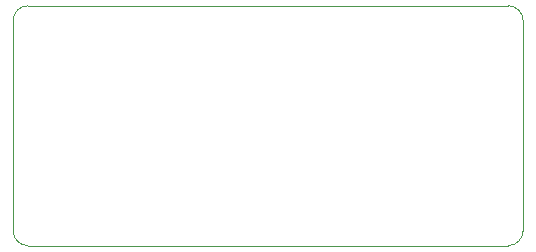
<source format=gbr>
%TF.GenerationSoftware,KiCad,Pcbnew,5.1.10*%
%TF.CreationDate,2021-06-16T13:21:42+02:00*%
%TF.ProjectId,filter,66696c74-6572-42e6-9b69-6361645f7063,rev?*%
%TF.SameCoordinates,Original*%
%TF.FileFunction,Profile,NP*%
%FSLAX46Y46*%
G04 Gerber Fmt 4.6, Leading zero omitted, Abs format (unit mm)*
G04 Created by KiCad (PCBNEW 5.1.10) date 2021-06-16 13:21:42*
%MOMM*%
%LPD*%
G01*
G04 APERTURE LIST*
%TA.AperFunction,Profile*%
%ADD10C,0.050000*%
%TD*%
G04 APERTURE END LIST*
D10*
X138430000Y-95250000D02*
X179070000Y-95250000D01*
X138430000Y-95250000D02*
G75*
G02*
X137160000Y-93980000I0J1270000D01*
G01*
X180340000Y-93980000D02*
X180340000Y-76200000D01*
X137160000Y-76200000D02*
X137160000Y-93980000D01*
X179070000Y-74930000D02*
X138430000Y-74930000D01*
X180340000Y-93980000D02*
G75*
G02*
X179070000Y-95250000I-1270000J0D01*
G01*
X137160000Y-76200000D02*
G75*
G02*
X138430000Y-74930000I1270000J0D01*
G01*
X179070000Y-74930000D02*
G75*
G02*
X180340000Y-76200000I0J-1270000D01*
G01*
M02*

</source>
